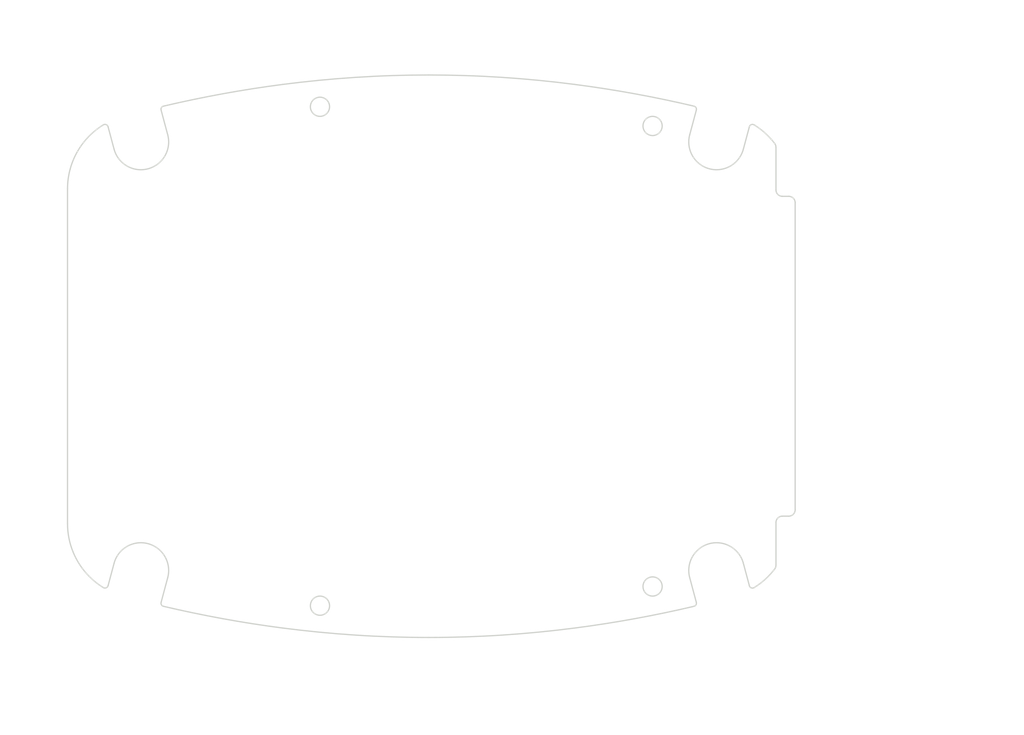
<source format=kicad_pcb>
(kicad_pcb (version 20171130) (host pcbnew "(5.1.0)-1")

  (general
    (thickness 1.6)
    (drawings 131)
    (tracks 0)
    (zones 0)
    (modules 0)
    (nets 1)
  )

  (page A4)
  (layers
    (0 F.Cu signal)
    (31 B.Cu signal)
    (32 B.Adhes user)
    (33 F.Adhes user)
    (34 B.Paste user)
    (35 F.Paste user)
    (36 B.SilkS user)
    (37 F.SilkS user)
    (38 B.Mask user)
    (39 F.Mask user)
    (40 Dwgs.User user)
    (41 Cmts.User user)
    (42 Eco1.User user)
    (43 Eco2.User user)
    (44 Edge.Cuts user)
    (45 Margin user)
    (46 B.CrtYd user)
    (47 F.CrtYd user)
    (48 B.Fab user)
    (49 F.Fab user)
  )

  (setup
    (last_trace_width 0.25)
    (trace_clearance 0.2)
    (zone_clearance 0.508)
    (zone_45_only no)
    (trace_min 0.2)
    (via_size 0.8)
    (via_drill 0.4)
    (via_min_size 0.4)
    (via_min_drill 0.3)
    (uvia_size 0.3)
    (uvia_drill 0.1)
    (uvias_allowed no)
    (uvia_min_size 0.2)
    (uvia_min_drill 0.1)
    (edge_width 0.05)
    (segment_width 0.2)
    (pcb_text_width 0.3)
    (pcb_text_size 1.5 1.5)
    (mod_edge_width 0.12)
    (mod_text_size 1 1)
    (mod_text_width 0.15)
    (pad_size 1.524 1.524)
    (pad_drill 0.762)
    (pad_to_mask_clearance 0.051)
    (solder_mask_min_width 0.25)
    (aux_axis_origin 0 0)
    (visible_elements FFFFFF7F)
    (pcbplotparams
      (layerselection 0x010fc_ffffffff)
      (usegerberextensions false)
      (usegerberattributes false)
      (usegerberadvancedattributes false)
      (creategerberjobfile false)
      (excludeedgelayer true)
      (linewidth 0.152400)
      (plotframeref false)
      (viasonmask false)
      (mode 1)
      (useauxorigin false)
      (hpglpennumber 1)
      (hpglpenspeed 20)
      (hpglpendiameter 15.000000)
      (psnegative false)
      (psa4output false)
      (plotreference true)
      (plotvalue true)
      (plotinvisibletext false)
      (padsonsilk false)
      (subtractmaskfromsilk false)
      (outputformat 1)
      (mirror false)
      (drillshape 1)
      (scaleselection 1)
      (outputdirectory ""))
  )

  (net 0 "")

  (net_class Default "This is the default net class."
    (clearance 0.2)
    (trace_width 0.25)
    (via_dia 0.8)
    (via_drill 0.4)
    (uvia_dia 0.3)
    (uvia_drill 0.1)
  )

  (gr_circle (center 127.239681 54.112879) (end 128.739681 54.112879) (layer Edge.Cuts) (width 0.2))
  (gr_circle (center 127.239681 132.112879) (end 128.739681 132.112879) (layer Edge.Cuts) (width 0.2))
  (gr_circle (center 179.239681 129.112879) (end 180.739681 129.112879) (layer Edge.Cuts) (width 0.2))
  (gr_circle (center 179.239681 57.112879) (end 180.739681 57.112879) (layer Edge.Cuts) (width 0.2))
  (gr_line (start 201.531408 69.112879) (end 201.531408 117.112879) (layer Edge.Cuts) (width 0.2))
  (gr_line (start 200.531408 118.112879) (end 199.531408 118.112879) (layer Edge.Cuts) (width 0.2))
  (gr_line (start 199.531408 68.112879) (end 200.531408 68.112879) (layer Edge.Cuts) (width 0.2))
  (gr_curve (pts (xy 88.650034 123.74966) (xy 88.067858 122.333545) (xy 87.768596 120.817134) (xy 87.768596 119.285852)) (layer Edge.Cuts) (width 0.2))
  (gr_curve (pts (xy 91.156189 127.534688) (xy 90.082174 126.448317) (xy 89.230903 125.162595) (xy 88.650034 123.74966)) (layer Edge.Cuts) (width 0.2))
  (gr_curve (pts (xy 93.363708 129.286055) (xy 92.560419 128.793248) (xy 91.819185 128.205311) (xy 91.156189 127.534688)) (layer Edge.Cuts) (width 0.2))
  (gr_arc (start 93.625169 128.859865) (end 93.363708 129.286055) (angle -106.5285529) (layer Edge.Cuts) (width 0.2))
  (gr_line (start 94.108132 128.989274) (end 95.04598 125.489181) (layer Edge.Cuts) (width 0.2))
  (gr_arc (start 99.239681 126.612879) (end 103.433382 127.736578) (angle -180) (layer Edge.Cuts) (width 0.2))
  (gr_line (start 103.433382 127.736578) (end 102.399264 131.595962) (layer Edge.Cuts) (width 0.2))
  (gr_arc (start 102.882227 131.725371) (end 102.399264 131.595962) (angle -91.78164751) (layer Edge.Cuts) (width 0.2))
  (gr_curve (pts (xy 121.395879 135.60552) (xy 115.126431 134.794074) (xy 108.916943 133.656448) (xy 102.767895 132.212124)) (layer Edge.Cuts) (width 0.2))
  (gr_curve (pts (xy 144.239681 137.083965) (xy 136.593537 137.083965) (xy 128.979296 136.587033) (xy 121.395879 135.60552)) (layer Edge.Cuts) (width 0.2))
  (gr_curve (pts (xy 167.083483 135.60552) (xy 159.500066 136.587033) (xy 151.885825 137.083965) (xy 144.239681 137.083965)) (layer Edge.Cuts) (width 0.2))
  (gr_curve (pts (xy 185.711467 132.212124) (xy 179.562419 133.656448) (xy 173.352931 134.794074) (xy 167.083483 135.60552)) (layer Edge.Cuts) (width 0.2))
  (gr_arc (start 185.597135 131.725371) (end 185.711467 132.212124) (angle -91.78164751) (layer Edge.Cuts) (width 0.2))
  (gr_line (start 186.080098 131.595962) (end 185.04598 127.736578) (layer Edge.Cuts) (width 0.2))
  (gr_arc (start 189.239681 126.612879) (end 193.433382 125.489181) (angle -180) (layer Edge.Cuts) (width 0.2))
  (gr_line (start 193.433382 125.489181) (end 194.371229 128.989273) (layer Edge.Cuts) (width 0.2))
  (gr_arc (start 194.854192 128.859863) (end 194.371229 128.989273) (angle -106.5283533) (layer Edge.Cuts) (width 0.2))
  (gr_arc (start 194.854193 57.365894) (end 195.115654 56.939704) (angle -106.5285497) (layer Edge.Cuts) (width 0.2))
  (gr_line (start 194.37123 57.236484) (end 193.433382 60.736578) (layer Edge.Cuts) (width 0.2))
  (gr_arc (start 189.239681 59.612879) (end 185.04598 58.489181) (angle -180) (layer Edge.Cuts) (width 0.2))
  (gr_line (start 185.04598 58.489181) (end 186.080098 54.629797) (layer Edge.Cuts) (width 0.2))
  (gr_arc (start 185.597135 54.500388) (end 186.080098 54.629797) (angle -91.78164751) (layer Edge.Cuts) (width 0.2))
  (gr_curve (pts (xy 167.083483 50.620238) (xy 173.352931 51.431685) (xy 179.562419 52.569311) (xy 185.711467 54.013635)) (layer Edge.Cuts) (width 0.2))
  (gr_curve (pts (xy 144.239681 49.141794) (xy 151.885825 49.141794) (xy 159.500066 49.638726) (xy 167.083483 50.620238)) (layer Edge.Cuts) (width 0.2))
  (gr_curve (pts (xy 121.395879 50.620238) (xy 128.979296 49.638726) (xy 136.593537 49.141794) (xy 144.239681 49.141794)) (layer Edge.Cuts) (width 0.2))
  (gr_curve (pts (xy 102.767895 54.013635) (xy 108.916943 52.569311) (xy 115.126431 51.431685) (xy 121.395879 50.620238)) (layer Edge.Cuts) (width 0.2))
  (gr_arc (start 102.882227 54.500388) (end 102.767895 54.013635) (angle -91.78164751) (layer Edge.Cuts) (width 0.2))
  (gr_line (start 102.399264 54.629797) (end 103.433382 58.489181) (layer Edge.Cuts) (width 0.2))
  (gr_arc (start 99.239681 59.612879) (end 95.04598 60.736578) (angle -180) (layer Edge.Cuts) (width 0.2))
  (gr_line (start 95.04598 60.736578) (end 94.108133 57.236486) (layer Edge.Cuts) (width 0.2))
  (gr_arc (start 93.62517 57.365896) (end 94.108133 57.236486) (angle -106.5283528) (layer Edge.Cuts) (width 0.2))
  (gr_curve (pts (xy 92.35763 57.631454) (xy 92.681359 57.383098) (xy 93.017211 57.152275) (xy 93.36371 56.939705)) (layer Edge.Cuts) (width 0.2))
  (gr_curve (pts (xy 89.358996 61.039397) (xy 90.126991 59.718892) (xy 91.145594 58.561296) (xy 92.35763 57.631454)) (layer Edge.Cuts) (width 0.2))
  (gr_curve (pts (xy 88.172841 63.884838) (xy 88.441344 62.888272) (xy 88.840129 61.931546) (xy 89.358996 61.039397)) (layer Edge.Cuts) (width 0.2))
  (gr_curve (pts (xy 87.768596 66.939907) (xy 87.768596 65.90817) (xy 87.904454 64.88098) (xy 88.172841 63.884838)) (layer Edge.Cuts) (width 0.2))
  (gr_line (start 87.768596 66.939907) (end 87.768596 119.285852) (layer Edge.Cuts) (width 0.2))
  (gr_line (start 198.531408 67.112879) (end 198.531408 60.454727) (layer Edge.Cuts) (width 0.2))
  (gr_line (start 198.531408 125.771032) (end 198.531408 119.112879) (layer Edge.Cuts) (width 0.2))
  (gr_curve (pts (xy 196.120281 128.595418) (xy 195.796999 128.843351) (xy 195.461633 129.073801) (xy 195.115652 129.286054)) (layer Edge.Cuts) (width 0.2))
  (gr_curve (pts (xy 198.328279 126.375182) (xy 197.695144 127.210285) (xy 196.952622 127.957074) (xy 196.120281 128.595418)) (layer Edge.Cuts) (width 0.2))
  (gr_curve (pts (xy 197.817014 59.222519) (xy 197.994868 59.426208) (xy 198.16537 59.635699) (xy 198.32828 59.850578)) (layer Edge.Cuts) (width 0.2))
  (gr_curve (pts (xy 195.197777 56.990552) (xy 196.175881 57.601744) (xy 197.058452 58.35377) (xy 197.817014 59.222519)) (layer Edge.Cuts) (width 0.2))
  (gr_curve (pts (xy 195.115654 56.939704) (xy 195.143094 56.956538) (xy 195.170469 56.973487) (xy 195.197777 56.990552)) (layer Edge.Cuts) (width 0.2))
  (gr_curve (pts (xy 198.479266 126.089724) (xy 198.444735 126.192427) (xy 198.39374 126.288839) (xy 198.328279 126.375182)) (layer Edge.Cuts) (width 0.2))
  (gr_curve (pts (xy 198.531408 125.771032) (xy 198.531408 125.879385) (xy 198.513798 125.987021) (xy 198.479266 126.089724)) (layer Edge.Cuts) (width 0.2))
  (gr_arc (start 199.531408 119.112879) (end 199.531408 118.112879) (angle -90) (layer Edge.Cuts) (width 0.2))
  (gr_arc (start 200.531408 117.112879) (end 200.531408 118.112879) (angle -90) (layer Edge.Cuts) (width 0.2))
  (gr_arc (start 200.531408 69.112879) (end 201.531408 69.112879) (angle -90) (layer Edge.Cuts) (width 0.2))
  (gr_arc (start 199.531408 67.112879) (end 198.531408 67.112879) (angle -90) (layer Edge.Cuts) (width 0.2))
  (gr_curve (pts (xy 198.479267 60.136035) (xy 198.513798 60.238738) (xy 198.531408 60.346374) (xy 198.531408 60.454727)) (layer Edge.Cuts) (width 0.2))
  (gr_curve (pts (xy 198.32828 59.850578) (xy 198.393741 59.936921) (xy 198.444736 60.033333) (xy 198.479267 60.136035)) (layer Edge.Cuts) (width 0.2))
  (gr_text [4.48] (at 144.650002 150.947031) (layer Dwgs.User)
    (effects (font (size 1.7 1.53) (thickness 0.2125)))
  )
  (gr_text " 113.76" (at 144.650002 147.389016) (layer Dwgs.User)
    (effects (font (size 1.7 1.53) (thickness 0.2125)))
  )
  (gr_line (start 199.531408 149.05757) (end 149.357335 149.05757) (layer Dwgs.User) (width 0.2))
  (gr_line (start 89.768596 149.05757) (end 139.942669 149.05757) (layer Dwgs.User) (width 0.2))
  (gr_line (start 201.531408 118.112879) (end 201.531408 152.23257) (layer Dwgs.User) (width 0.2))
  (gr_line (start 87.768596 120.285852) (end 87.768596 152.23257) (layer Dwgs.User) (width 0.2))
  (gr_text [1.97] (at 210.672638 95.002341) (layer Dwgs.User)
    (effects (font (size 1.7 1.53) (thickness 0.2125)))
  )
  (gr_text " 50.00" (at 210.672638 91.444905) (layer Dwgs.User)
    (effects (font (size 1.7 1.53) (thickness 0.2125)))
  )
  (gr_line (start 210.672638 70.112879) (end 210.672638 89.555444) (layer Dwgs.User) (width 0.2))
  (gr_line (start 210.672638 116.112879) (end 210.672638 96.670315) (layer Dwgs.User) (width 0.2))
  (gr_line (start 201.531408 68.112879) (end 213.847638 68.112879) (layer Dwgs.User) (width 0.2))
  (gr_line (start 201.531408 118.112879) (end 213.847638 118.112879) (layer Dwgs.User) (width 0.2))
  (gr_text [.12] (at 208.915617 65.838536) (layer Dwgs.User)
    (effects (font (size 1.7 1.53) (thickness 0.2125)))
  )
  (gr_text " 3.00" (at 208.915617 62.280521) (layer Dwgs.User)
    (effects (font (size 1.7 1.53) (thickness 0.2125)))
  )
  (gr_line (start 203.531408 63.949075) (end 205.531408 63.949075) (layer Dwgs.User) (width 0.2))
  (gr_line (start 196.531408 63.949075) (end 194.531408 63.949075) (layer Dwgs.User) (width 0.2))
  (gr_line (start 201.531408 68.112879) (end 201.531408 60.774075) (layer Dwgs.User) (width 0.2))
  (gr_text [.58] (at 220.681078 117.609513) (layer Dwgs.User)
    (effects (font (size 1.7 1.53) (thickness 0.2125)))
  )
  (gr_text " 14.81" (at 220.681078 114.052078) (layer Dwgs.User)
    (effects (font (size 1.7 1.53) (thickness 0.2125)))
  )
  (gr_line (start 214.797654 115.720052) (end 216.797654 115.720052) (layer Dwgs.User) (width 0.2))
  (gr_line (start 214.797654 122.27124) (end 214.797654 115.720052) (layer Dwgs.User) (width 0.2))
  (gr_line (start 214.797654 135.083965) (end 214.797654 124.27124) (layer Dwgs.User) (width 0.2))
  (gr_line (start 145.239681 137.083965) (end 217.972654 137.083965) (layer Dwgs.User) (width 0.2))
  (gr_line (start 190.239681 122.27124) (end 217.972654 122.27124) (layer Dwgs.User) (width 0.2))
  (gr_text [R0.17] (at 112.04488 122.462628) (layer Dwgs.User)
    (effects (font (size 1.7 1.53) (thickness 0.2125)))
  )
  (gr_text " R4.34" (at 112.04488 118.904613) (layer Dwgs.User)
    (effects (font (size 1.7 1.53) (thickness 0.2125)))
  )
  (gr_line (start 105.574109 120.573167) (end 103.829397 122.236705) (layer Dwgs.User) (width 0.2))
  (gr_line (start 107.574109 120.573167) (end 105.574109 120.573167) (layer Dwgs.User) (width 0.2))
  (gr_text [3.46] (at 233.296634 108.219472) (layer Dwgs.User)
    (effects (font (size 1.7 1.53) (thickness 0.2125)))
  )
  (gr_text " 87.94" (at 233.296634 104.662037) (layer Dwgs.User)
    (effects (font (size 1.7 1.53) (thickness 0.2125)))
  )
  (gr_line (start 233.296634 51.141794) (end 233.296634 102.772576) (layer Dwgs.User) (width 0.2))
  (gr_line (start 233.296634 135.083965) (end 233.296634 109.887446) (layer Dwgs.User) (width 0.2))
  (gr_line (start 145.239681 49.141794) (end 236.471634 49.141794) (layer Dwgs.User) (width 0.2))
  (gr_line (start 145.239681 137.083965) (end 236.471634 137.083965) (layer Dwgs.User) (width 0.2))
  (gr_text [.45] (at 81.437098 139.312784) (layer Dwgs.User)
    (effects (font (size 1.7 1.53) (thickness 0.2125)))
  )
  (gr_text " 11.47" (at 81.437098 135.773323) (layer Dwgs.User)
    (effects (font (size 1.7 1.53) (thickness 0.2125)))
  )
  (gr_line (start 87.768596 137.426802) (end 85.484608 137.426802) (layer Dwgs.User) (width 0.2))
  (gr_line (start 97.239681 137.426802) (end 89.768596 137.426802) (layer Dwgs.User) (width 0.2))
  (gr_line (start 99.239681 127.612879) (end 99.239681 140.601802) (layer Dwgs.User) (width 0.2))
  (gr_line (start 87.768596 120.285852) (end 87.768596 140.601802) (layer Dwgs.User) (width 0.2))
  (gr_text [3.07] (at 81.239681 95.002341) (layer Dwgs.User)
    (effects (font (size 1.7 1.53) (thickness 0.2125)))
  )
  (gr_text " 78.00" (at 81.239681 91.444905) (layer Dwgs.User)
    (effects (font (size 1.7 1.53) (thickness 0.2125)))
  )
  (gr_line (start 81.239681 56.112879) (end 81.239681 89.555444) (layer Dwgs.User) (width 0.2))
  (gr_line (start 81.239681 130.112879) (end 81.239681 96.670315) (layer Dwgs.User) (width 0.2))
  (gr_line (start 126.239681 54.112879) (end 78.064681 54.112879) (layer Dwgs.User) (width 0.2))
  (gr_line (start 126.239681 132.112879) (end 78.064681 132.112879) (layer Dwgs.User) (width 0.2))
  (gr_text [2.83] (at 227.54217 95.002341) (layer Dwgs.User)
    (effects (font (size 1.7 1.53) (thickness 0.2125)))
  )
  (gr_text " 72.00" (at 227.54217 91.444905) (layer Dwgs.User)
    (effects (font (size 1.7 1.53) (thickness 0.2125)))
  )
  (gr_line (start 227.54217 127.112879) (end 227.54217 96.670315) (layer Dwgs.User) (width 0.2))
  (gr_line (start 227.54217 59.112879) (end 227.54217 89.555444) (layer Dwgs.User) (width 0.2))
  (gr_line (start 180.239681 129.112879) (end 230.71717 129.112879) (layer Dwgs.User) (width 0.2))
  (gr_line (start 180.239681 57.112879) (end 230.71717 57.112879) (layer Dwgs.User) (width 0.2))
  (gr_text [2.05] (at 153.239681 42.640485) (layer Dwgs.User)
    (effects (font (size 1.7 1.53) (thickness 0.2125)))
  )
  (gr_text " 52.00" (at 153.239681 39.08305) (layer Dwgs.User)
    (effects (font (size 1.7 1.53) (thickness 0.2125)))
  )
  (gr_line (start 177.239681 40.751024) (end 157.284292 40.751024) (layer Dwgs.User) (width 0.2))
  (gr_line (start 129.239681 40.751024) (end 149.19507 40.751024) (layer Dwgs.User) (width 0.2))
  (gr_line (start 179.239681 56.112879) (end 179.239681 37.576024) (layer Dwgs.User) (width 0.2))
  (gr_line (start 127.239681 53.112879) (end 127.239681 37.576024) (layer Dwgs.User) (width 0.2))
  (gr_text [1.55] (at 107.504138 42.582668) (layer Dwgs.User)
    (effects (font (size 1.7 1.53) (thickness 0.2125)))
  )
  (gr_text " 39.47" (at 107.504138 39.024653) (layer Dwgs.User)
    (effects (font (size 1.7 1.53) (thickness 0.2125)))
  )
  (gr_line (start 125.239681 40.693207) (end 111.551649 40.693207) (layer Dwgs.User) (width 0.2))
  (gr_line (start 89.768596 40.693207) (end 103.456628 40.693207) (layer Dwgs.User) (width 0.2))
  (gr_line (start 127.239681 53.112879) (end 127.239681 37.518207) (layer Dwgs.User) (width 0.2))
  (gr_line (start 87.768596 65.939907) (end 87.768596 37.518207) (layer Dwgs.User) (width 0.2))
  (gr_text [R7.12] (at 112.039043 144.859757) (layer Dwgs.User)
    (effects (font (size 1.7 1.53) (thickness 0.2125)))
  )
  (gr_text " R180.94" (at 112.039043 141.302321) (layer Dwgs.User)
    (effects (font (size 1.7 1.53) (thickness 0.2125)))
  )
  (gr_line (start 119.601014 142.970296) (end 120.331387 137.484158) (layer Dwgs.User) (width 0.2))
  (gr_line (start 117.601014 142.970296) (end 119.601014 142.970296) (layer Dwgs.User) (width 0.2))
  (gr_line (start 127.239681 54.202879) (end 127.239681 54.022879) (layer Dwgs.User) (width 0.2))
  (gr_line (start 127.149681 54.112879) (end 127.329681 54.112879) (layer Dwgs.User) (width 0.2))
  (gr_text " ∅3.00\n[∅0.12]" (at 139.881837 57.044517) (layer Dwgs.User)
    (effects (font (size 1.7 1.53) (thickness 0.2125)))
  )
  (gr_line (start 133.344968 57.044517) (end 130.39479 55.6279) (layer Dwgs.User) (width 0.2))
  (gr_line (start 135.344968 57.044517) (end 133.344968 57.044517) (layer Dwgs.User) (width 0.2))

)

</source>
